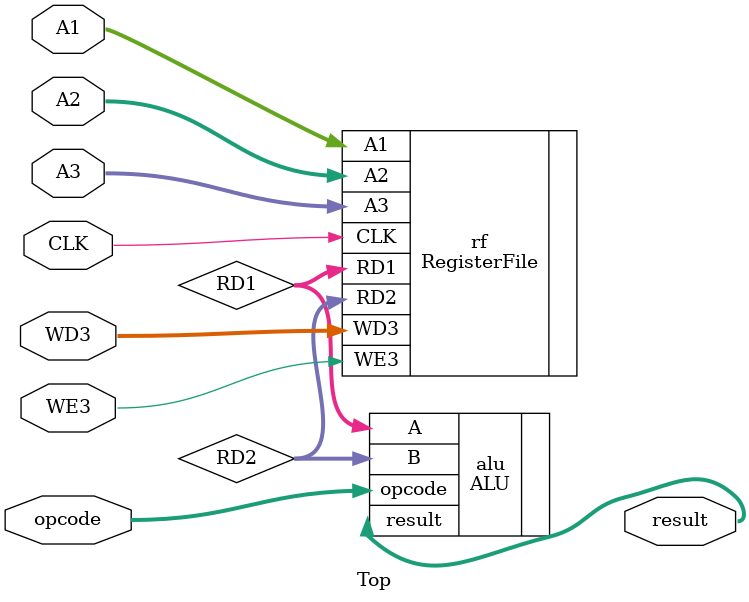
<source format=v>
module Top (
    input CLK,
    input [1:0] opcode,
    input [4:0] A1,
    input [4:0] A2,
    input [4:0] A3,
    input [31:0] WD3,
    input WE3,
    output [31:0] result
);

    wire [31:0] RD1, RD2;

    RegisterFile rf (
        .CLK(CLK),
        .WE3(WE3),
        .A1(A1),
        .A2(A2),
        .A3(A3),
        .WD3(WD3),
        .RD1(RD1),
        .RD2(RD2)
    );

    ALU alu (
        .A(RD1),
        .B(RD2),
        .opcode(opcode),
        .result(result)
    );

endmodule

</source>
